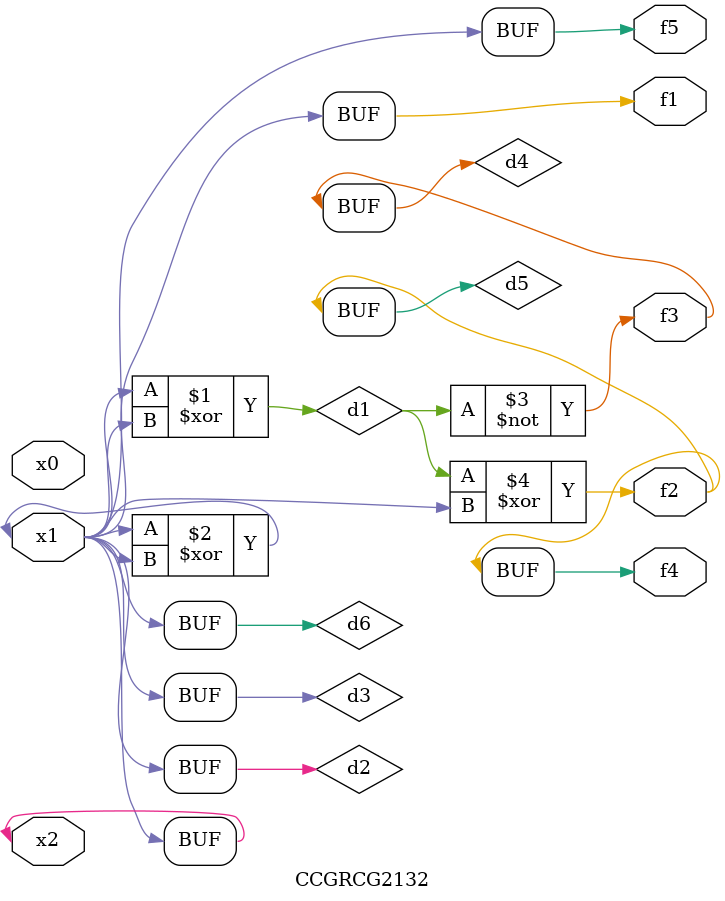
<source format=v>
module CCGRCG2132(
	input x0, x1, x2,
	output f1, f2, f3, f4, f5
);

	wire d1, d2, d3, d4, d5, d6;

	xor (d1, x1, x2);
	buf (d2, x1, x2);
	xor (d3, x1, x2);
	nor (d4, d1);
	xor (d5, d1, d2);
	buf (d6, d2, d3);
	assign f1 = d6;
	assign f2 = d5;
	assign f3 = d4;
	assign f4 = d5;
	assign f5 = d6;
endmodule

</source>
